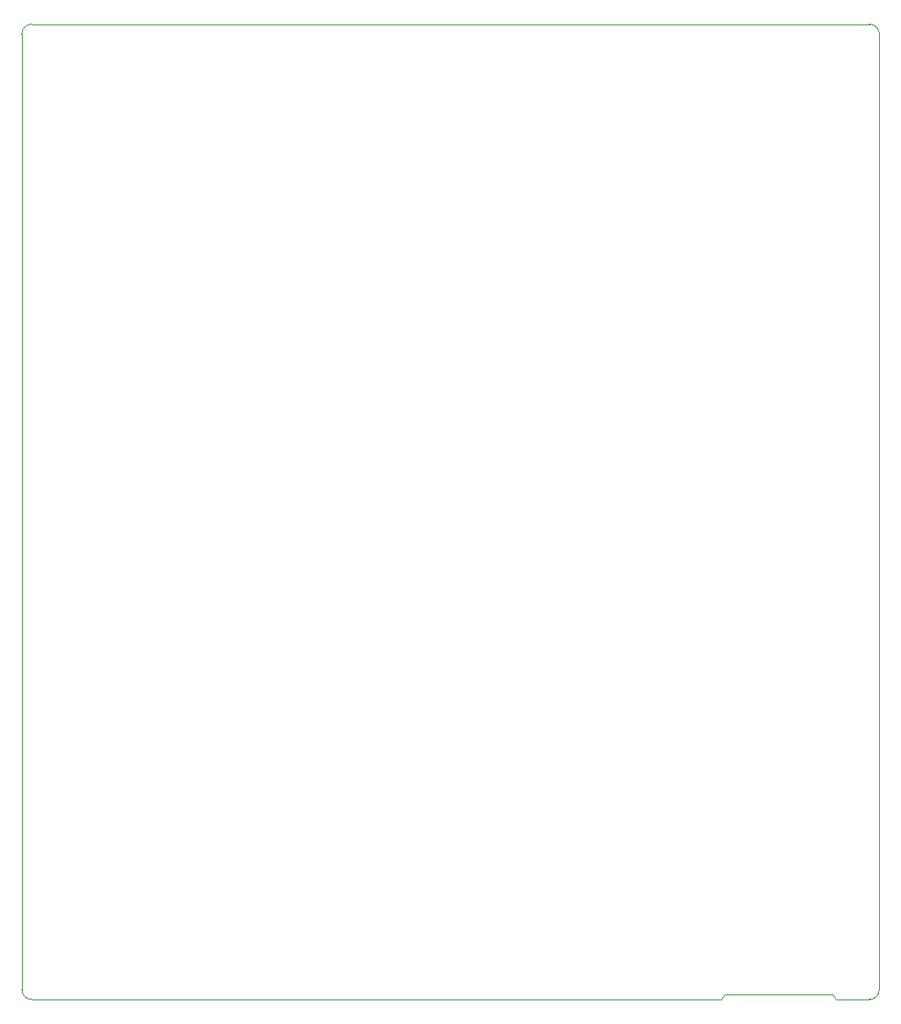
<source format=gbr>
%TF.GenerationSoftware,KiCad,Pcbnew,(6.0.2)*%
%TF.CreationDate,2022-05-10T14:48:36-06:00*%
%TF.ProjectId,CONEPROJ,434f4e45-5052-44f4-9a2e-6b696361645f,rev?*%
%TF.SameCoordinates,Original*%
%TF.FileFunction,Profile,NP*%
%FSLAX46Y46*%
G04 Gerber Fmt 4.6, Leading zero omitted, Abs format (unit mm)*
G04 Created by KiCad (PCBNEW (6.0.2)) date 2022-05-10 14:48:36*
%MOMM*%
%LPD*%
G01*
G04 APERTURE LIST*
%TA.AperFunction,Profile*%
%ADD10C,0.050000*%
%TD*%
G04 APERTURE END LIST*
D10*
X109000000Y-139730000D02*
X105640000Y-139730000D01*
X94470000Y-139260000D02*
X94120000Y-139730000D01*
X105300000Y-139260000D02*
X94470000Y-139260000D01*
X105640000Y-139730000D02*
X105300000Y-139260000D01*
X24000000Y-138730000D02*
G75*
G03*
X25000001Y-139730000I999999J-1D01*
G01*
X110000000Y-43000000D02*
X110000000Y-138729999D01*
X25000000Y-42000000D02*
G75*
G03*
X24000000Y-43000000I-1J-999999D01*
G01*
X25000000Y-42000000D02*
X109000000Y-42000000D01*
X94120000Y-139730000D02*
X25000001Y-139730000D01*
X110000000Y-43000000D02*
G75*
G03*
X109000000Y-42000000I-999999J1D01*
G01*
X109000000Y-139730000D02*
G75*
G03*
X110000000Y-138729999I1J999999D01*
G01*
X24000000Y-138730000D02*
X24000000Y-43000000D01*
M02*

</source>
